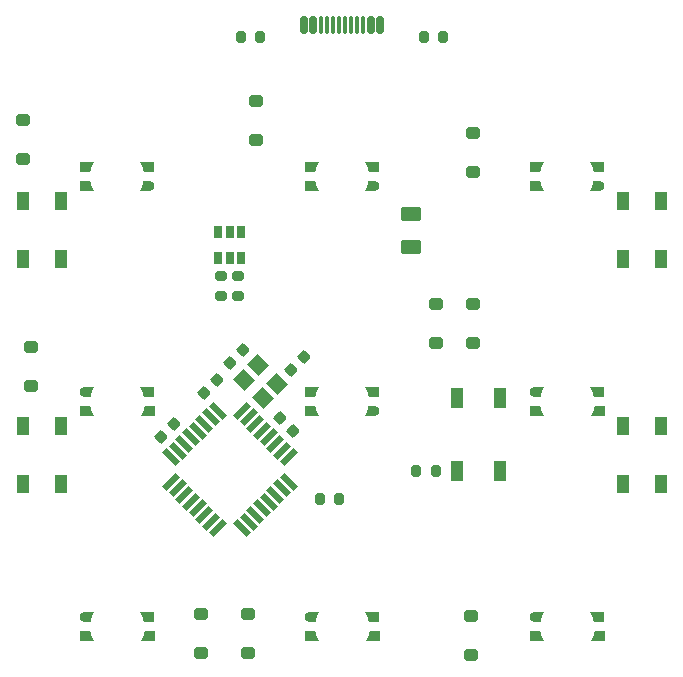
<source format=gbr>
%TF.GenerationSoftware,KiCad,Pcbnew,(5.99.0-11539-gc946070005)*%
%TF.CreationDate,2021-09-05T12:57:38-05:00*%
%TF.ProjectId,QS-09,51532d30-392e-46b6-9963-61645f706362,rev?*%
%TF.SameCoordinates,Original*%
%TF.FileFunction,Paste,Bot*%
%TF.FilePolarity,Positive*%
%FSLAX46Y46*%
G04 Gerber Fmt 4.6, Leading zero omitted, Abs format (unit mm)*
G04 Created by KiCad (PCBNEW (5.99.0-11539-gc946070005)) date 2021-09-05 12:57:38*
%MOMM*%
%LPD*%
G01*
G04 APERTURE LIST*
G04 Aperture macros list*
%AMRoundRect*
0 Rectangle with rounded corners*
0 $1 Rounding radius*
0 $2 $3 $4 $5 $6 $7 $8 $9 X,Y pos of 4 corners*
0 Add a 4 corners polygon primitive as box body*
4,1,4,$2,$3,$4,$5,$6,$7,$8,$9,$2,$3,0*
0 Add four circle primitives for the rounded corners*
1,1,$1+$1,$2,$3*
1,1,$1+$1,$4,$5*
1,1,$1+$1,$6,$7*
1,1,$1+$1,$8,$9*
0 Add four rect primitives between the rounded corners*
20,1,$1+$1,$2,$3,$4,$5,0*
20,1,$1+$1,$4,$5,$6,$7,0*
20,1,$1+$1,$6,$7,$8,$9,0*
20,1,$1+$1,$8,$9,$2,$3,0*%
%AMRotRect*
0 Rectangle, with rotation*
0 The origin of the aperture is its center*
0 $1 length*
0 $2 width*
0 $3 Rotation angle, in degrees counterclockwise*
0 Add horizontal line*
21,1,$1,$2,0,0,$3*%
%AMFreePoly0*
4,1,36,0.525059,0.400000,0.532183,0.397025,0.539142,0.394142,0.539154,0.394113,0.539183,0.394101,0.542091,0.387023,0.545000,0.380000,0.545000,-0.380000,0.539142,-0.394142,0.525000,-0.400000,-0.650000,-0.400000,-0.655218,-0.397839,-0.660781,-0.396846,-0.662067,-0.395002,-0.664142,-0.394142,-0.666303,-0.388925,-0.669535,-0.384289,-0.669140,-0.382076,-0.670000,-0.380000,-0.667839,-0.374782,
-0.666846,-0.369219,-0.665002,-0.367934,-0.664142,-0.365858,-0.661455,-0.364745,-0.562939,-0.193455,-0.478288,-0.007538,-0.411594,0.185550,-0.364702,0.378926,-0.365041,0.380578,-0.365871,0.382599,-0.365592,0.383267,-0.365853,0.384541,-0.363693,0.387815,-0.359972,0.396724,-0.345813,0.402541,0.525059,0.400000,0.525059,0.400000,$1*%
%AMFreePoly1*
4,1,36,0.539142,0.394142,0.545000,0.380000,0.545000,-0.380000,0.542091,-0.387023,0.539183,-0.394101,0.539154,-0.394113,0.539142,-0.394142,0.532183,-0.397025,0.525059,-0.400000,-0.345813,-0.402541,-0.359972,-0.396724,-0.363693,-0.387815,-0.365853,-0.384541,-0.365592,-0.383267,-0.365871,-0.382599,-0.365041,-0.380578,-0.364702,-0.378926,-0.411594,-0.185550,-0.478288,0.007538,-0.562939,0.193455,
-0.661455,0.364745,-0.664142,0.365858,-0.665002,0.367934,-0.666846,0.369219,-0.667839,0.374782,-0.670000,0.380000,-0.669140,0.382076,-0.669535,0.384289,-0.666303,0.388925,-0.664142,0.394142,-0.662067,0.395002,-0.660781,0.396846,-0.655218,0.397839,-0.650000,0.400000,0.525000,0.400000,0.539142,0.394142,0.539142,0.394142,$1*%
%AMFreePoly2*
4,1,41,0.319736,0.407785,0.429772,0.357533,0.521194,0.278316,0.586594,0.176551,0.620674,0.060484,0.620674,-0.060484,0.586594,-0.176551,0.521194,-0.278316,0.429772,-0.357533,0.319736,-0.407785,0.200000,-0.425000,0.199999,-0.425000,-0.575001,-0.424979,-0.584339,-0.421111,-0.588682,-0.420441,-0.589869,-0.418820,-0.592678,-0.417657,-0.595222,-0.411514,-0.599990,-0.405006,-0.599427,-0.401360,
-0.600000,-0.399978,-0.598748,-0.396955,-0.597072,-0.386095,-0.593020,-0.383126,-0.592678,-0.382301,-0.592093,-0.382059,-0.493230,-0.200803,-0.409227,-0.005605,-0.343701,0.196547,-0.298764,0.397015,-0.300000,0.400000,-0.299129,0.402104,-0.299623,0.404329,-0.295567,0.410704,-0.292678,0.417678,-0.290574,0.418549,-0.289351,0.420472,-0.281976,0.422110,-0.275000,0.425000,0.200000,0.425000,
0.319736,0.407785,0.319736,0.407785,$1*%
G04 Aperture macros list end*
%ADD10RotRect,1.600000X0.550000X135.000000*%
%ADD11RotRect,1.600000X0.550000X225.000000*%
%ADD12R,1.100000X1.800000*%
%ADD13RoundRect,0.200000X-0.200000X-0.275000X0.200000X-0.275000X0.200000X0.275000X-0.200000X0.275000X0*%
%ADD14RoundRect,0.225000X-0.017678X0.335876X-0.335876X0.017678X0.017678X-0.335876X0.335876X-0.017678X0*%
%ADD15RoundRect,0.250000X0.350000X-0.250000X0.350000X0.250000X-0.350000X0.250000X-0.350000X-0.250000X0*%
%ADD16R,1.000000X1.500000*%
%ADD17FreePoly0,0.000000*%
%ADD18FreePoly1,0.000000*%
%ADD19FreePoly2,180.000000*%
%ADD20FreePoly1,180.000000*%
%ADD21RoundRect,0.200000X-0.275000X0.200000X-0.275000X-0.200000X0.275000X-0.200000X0.275000X0.200000X0*%
%ADD22FreePoly0,180.000000*%
%ADD23FreePoly2,0.000000*%
%ADD24RoundRect,0.150000X-0.150000X-0.575000X0.150000X-0.575000X0.150000X0.575000X-0.150000X0.575000X0*%
%ADD25RoundRect,0.075000X-0.075000X-0.650000X0.075000X-0.650000X0.075000X0.650000X-0.075000X0.650000X0*%
%ADD26RoundRect,0.200000X0.275000X-0.200000X0.275000X0.200000X-0.275000X0.200000X-0.275000X-0.200000X0*%
%ADD27RoundRect,0.200000X0.200000X0.275000X-0.200000X0.275000X-0.200000X-0.275000X0.200000X-0.275000X0*%
%ADD28R,0.650000X1.060000*%
%ADD29RoundRect,0.225000X-0.335876X-0.017678X-0.017678X-0.335876X0.335876X0.017678X0.017678X0.335876X0*%
%ADD30RoundRect,0.225000X0.017678X-0.335876X0.335876X-0.017678X-0.017678X0.335876X-0.335876X0.017678X0*%
%ADD31RotRect,1.400000X1.200000X315.000000*%
%ADD32RoundRect,0.250000X-0.625000X0.375000X-0.625000X-0.375000X0.625000X-0.375000X0.625000X0.375000X0*%
G04 APERTURE END LIST*
D10*
%TO.C,U1*%
X107734695Y-50204897D03*
X107169010Y-50770583D03*
X106603324Y-51336268D03*
X106037639Y-51901953D03*
X105471953Y-52467639D03*
X104906268Y-53033324D03*
X104340583Y-53599010D03*
X103774897Y-54164695D03*
D11*
X103774897Y-56215305D03*
X104340583Y-56780990D03*
X104906268Y-57346676D03*
X105471953Y-57912361D03*
X106037639Y-58478047D03*
X106603324Y-59043732D03*
X107169010Y-59609417D03*
X107734695Y-60175103D03*
D10*
X109785305Y-60175103D03*
X110350990Y-59609417D03*
X110916676Y-59043732D03*
X111482361Y-58478047D03*
X112048047Y-57912361D03*
X112613732Y-57346676D03*
X113179417Y-56780990D03*
X113745103Y-56215305D03*
D11*
X113745103Y-54164695D03*
X113179417Y-53599010D03*
X112613732Y-53033324D03*
X112048047Y-52467639D03*
X111482361Y-51901953D03*
X110916676Y-51336268D03*
X110350990Y-50770583D03*
X109785305Y-50204897D03*
%TD*%
D12*
%TO.C,SW12*%
X127960000Y-49140000D03*
X127960000Y-55340000D03*
X131660000Y-49140000D03*
X131660000Y-55340000D03*
%TD*%
D13*
%TO.C,R6*%
X126205000Y-55340000D03*
X124555000Y-55340000D03*
%TD*%
%TO.C,R3*%
X116385000Y-57690000D03*
X118035000Y-57690000D03*
%TD*%
D14*
%TO.C,C5*%
X115018008Y-45671992D03*
X113921992Y-46768008D03*
%TD*%
D15*
%TO.C,D3*%
X129320000Y-29970000D03*
X129320000Y-26670000D03*
%TD*%
D16*
%TO.C,D21*%
X94468750Y-37375000D03*
X91268750Y-37375000D03*
X91268750Y-32475000D03*
X94468750Y-32475000D03*
%TD*%
%TO.C,D19*%
X142068750Y-51525000D03*
X145268750Y-51525000D03*
X145268750Y-56425000D03*
X142068750Y-56425000D03*
%TD*%
D17*
%TO.C,D17*%
X120935750Y-69300000D03*
D18*
X120910350Y-67700000D03*
D19*
X115703350Y-67700000D03*
D20*
X115627150Y-69300000D03*
%TD*%
D15*
%TO.C,D8*%
X110331250Y-70706250D03*
X110331250Y-67406250D03*
%TD*%
D16*
%TO.C,D20*%
X142068750Y-32475000D03*
X145268750Y-32475000D03*
X145268750Y-37375000D03*
X142068750Y-37375000D03*
%TD*%
D21*
%TO.C,R1*%
X107980000Y-38815000D03*
X107980000Y-40465000D03*
%TD*%
D17*
%TO.C,D15*%
X139985750Y-50250000D03*
D18*
X139960350Y-48650000D03*
D19*
X134753350Y-48650000D03*
D20*
X134677150Y-50250000D03*
%TD*%
D22*
%TO.C,D12*%
X134651750Y-29600000D03*
D20*
X134677150Y-31200000D03*
D23*
X139884150Y-31200000D03*
D18*
X139960350Y-29600000D03*
%TD*%
D15*
%TO.C,D2*%
X111000000Y-27300000D03*
X111000000Y-24000000D03*
%TD*%
D24*
%TO.C,J1*%
X115018750Y-17531250D03*
X115818750Y-17531250D03*
D25*
X117018750Y-17531250D03*
X118014750Y-17531250D03*
X118518750Y-17531250D03*
X119518750Y-17531250D03*
D24*
X121518750Y-17531250D03*
X120718750Y-17531250D03*
D25*
X120018750Y-17531250D03*
X119018750Y-17531250D03*
X117518750Y-17531250D03*
X116518750Y-17531250D03*
%TD*%
D22*
%TO.C,D10*%
X96551750Y-29600000D03*
D20*
X96577150Y-31200000D03*
D23*
X101784150Y-31200000D03*
D18*
X101860350Y-29600000D03*
%TD*%
D22*
%TO.C,D11*%
X115601750Y-29600000D03*
D20*
X115627150Y-31200000D03*
D23*
X120834150Y-31200000D03*
D18*
X120910350Y-29600000D03*
%TD*%
D26*
%TO.C,R2*%
X109480000Y-40465000D03*
X109480000Y-38815000D03*
%TD*%
D17*
%TO.C,D16*%
X101885750Y-69300000D03*
D18*
X101860350Y-67700000D03*
D19*
X96653350Y-67700000D03*
D20*
X96577150Y-69300000D03*
%TD*%
D15*
%TO.C,D7*%
X106362500Y-70706250D03*
X106362500Y-67406250D03*
%TD*%
D27*
%TO.C,R4*%
X111325000Y-18580770D03*
X109675000Y-18580770D03*
%TD*%
D14*
%TO.C,C4*%
X109878008Y-45111992D03*
X108781992Y-46208008D03*
%TD*%
D16*
%TO.C,D22*%
X94468750Y-56425000D03*
X91268750Y-56425000D03*
X91268750Y-51525000D03*
X94468750Y-51525000D03*
%TD*%
D15*
%TO.C,D9*%
X129140000Y-70895000D03*
X129140000Y-67595000D03*
%TD*%
%TO.C,D6*%
X129381250Y-44512500D03*
X129381250Y-41212500D03*
%TD*%
D28*
%TO.C,U2*%
X107800000Y-37290000D03*
X108750000Y-37290000D03*
X109700000Y-37290000D03*
X109700000Y-35090000D03*
X108750000Y-35090000D03*
X107800000Y-35090000D03*
%TD*%
D15*
%TO.C,D4*%
X91900000Y-48095000D03*
X91900000Y-44795000D03*
%TD*%
D29*
%TO.C,C2*%
X113001992Y-50871992D03*
X114098008Y-51968008D03*
%TD*%
D17*
%TO.C,D18*%
X139985750Y-69300000D03*
D18*
X139960350Y-67700000D03*
D19*
X134753350Y-67700000D03*
D20*
X134677150Y-69300000D03*
%TD*%
D22*
%TO.C,D14*%
X115601750Y-48650000D03*
D20*
X115627150Y-50250000D03*
D23*
X120834150Y-50250000D03*
D18*
X120910350Y-48650000D03*
%TD*%
D30*
%TO.C,C3*%
X106561992Y-48738008D03*
X107658008Y-47641992D03*
%TD*%
D15*
%TO.C,D1*%
X91281250Y-28865000D03*
X91281250Y-25565000D03*
%TD*%
D13*
%TO.C,R5*%
X125175000Y-18580770D03*
X126825000Y-18580770D03*
%TD*%
D17*
%TO.C,D13*%
X101885750Y-50250000D03*
D18*
X101860350Y-48650000D03*
D19*
X96653350Y-48650000D03*
D20*
X96577150Y-50250000D03*
%TD*%
D31*
%TO.C,Y1*%
X111183223Y-46371142D03*
X112738858Y-47926777D03*
X111536777Y-49128858D03*
X109981142Y-47573223D03*
%TD*%
D32*
%TO.C,F1*%
X124060000Y-33550000D03*
X124060000Y-36350000D03*
%TD*%
D15*
%TO.C,D5*%
X126206250Y-44512500D03*
X126206250Y-41212500D03*
%TD*%
D30*
%TO.C,C1*%
X102931992Y-52408008D03*
X104028008Y-51311992D03*
%TD*%
M02*

</source>
